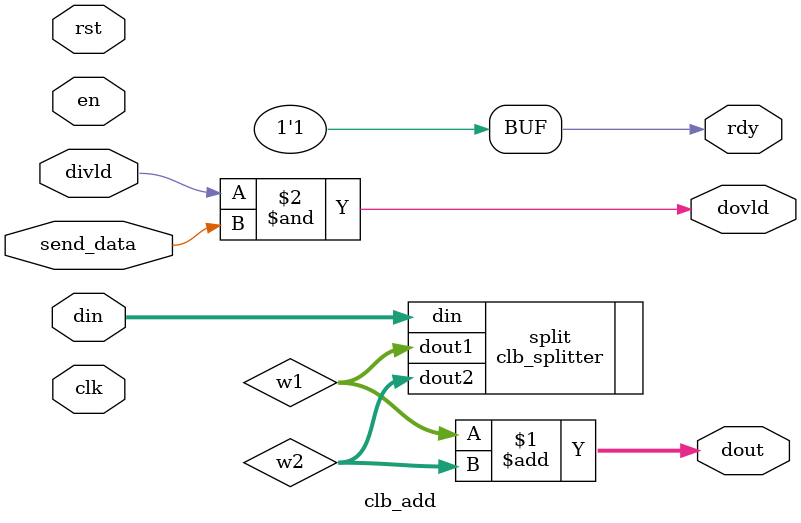
<source format=v>
module clb_add
#(
  parameter WIDTH=32
)
(
  // Clock, reset and enables
  input wire clk,
  input wire rst,
  input wire en,

  // Control path
  output wire rdy,
  input wire send_data,

  // Datapath
  input wire [2*WIDTH-1:0] din,
  input wire divld,
  output wire [WIDTH:0] dout,
  output wire dovld
);

  wire [WIDTH-1:0] w1, w2;
  clb_splitter #(2*WIDTH, WIDTH, WIDTH) split (
    .din(din),
    .dout1(w1),
    .dout2(w2)
  );

  assign dout = w1 + w2;
  assign dovld = divld & send_data;

  // Control signal assignment
  assign rdy  = 1'b1;

endmodule

</source>
